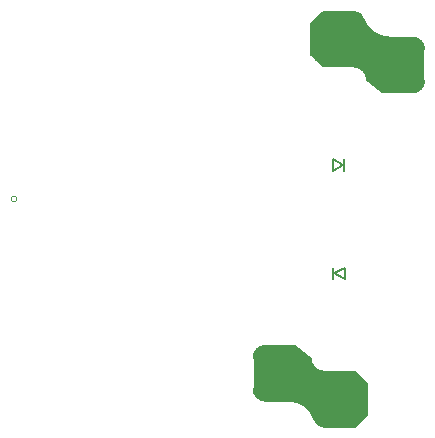
<source format=gbr>
%TF.GenerationSoftware,KiCad,Pcbnew,(6.0.6)*%
%TF.CreationDate,2022-07-28T22:42:36-07:00*%
%TF.ProjectId,right_thumb_routed,72696768-745f-4746-9875-6d625f726f75,v1.0.0*%
%TF.SameCoordinates,Original*%
%TF.FileFunction,Legend,Bot*%
%TF.FilePolarity,Positive*%
%FSLAX46Y46*%
G04 Gerber Fmt 4.6, Leading zero omitted, Abs format (unit mm)*
G04 Created by KiCad (PCBNEW (6.0.6)) date 2022-07-28 22:42:36*
%MOMM*%
%LPD*%
G01*
G04 APERTURE LIST*
%ADD10C,0.150000*%
%ADD11C,0.120000*%
G04 APERTURE END LIST*
D10*
%TO.C,SW17*%
X91100000Y-34550000D02*
X91100000Y-39100000D01*
D11*
X91750000Y-34800000D02*
X91750000Y-39150000D01*
D10*
X88400000Y-34800000D02*
X88400000Y-38900000D01*
X88000000Y-35200000D02*
X88000000Y-38450000D01*
X90350000Y-34550000D02*
X90350000Y-39150000D01*
X92150000Y-35350000D02*
X92150000Y-39500000D01*
X96950000Y-37050000D02*
X96950000Y-41050000D01*
X92600000Y-36050000D02*
X92600000Y-40500000D01*
X92900000Y-36300000D02*
X92900000Y-40700000D01*
X88650000Y-39175000D02*
X87625000Y-38150000D01*
X96200000Y-36750000D02*
X96200000Y-41350000D01*
X97100000Y-37250000D02*
X97100000Y-40850000D01*
X94100000Y-36750000D02*
X94100000Y-41300000D01*
X96350000Y-36750000D02*
X96350000Y-41300000D01*
X94250000Y-36750000D02*
X94250000Y-41350000D01*
X94700000Y-36750000D02*
X94700000Y-41350000D01*
X87900000Y-35300000D02*
X87900000Y-38350000D01*
X93350000Y-36550000D02*
X93350000Y-41100000D01*
X93675000Y-41375000D02*
X96225000Y-41375000D01*
X91850000Y-34800000D02*
X91850000Y-39300000D01*
X89150000Y-34550000D02*
X89150000Y-39150000D01*
X88250000Y-34950000D02*
X88250000Y-38750000D01*
X95300000Y-36750000D02*
X95300000Y-41350000D01*
X87800000Y-35400000D02*
X87800000Y-38250000D01*
X96650000Y-36850000D02*
X96650000Y-41250000D01*
X92050000Y-35200000D02*
X92050000Y-39400000D01*
X94850000Y-36750000D02*
X94850000Y-41350000D01*
X94250000Y-36725000D02*
X96225000Y-36725000D01*
X92250000Y-35550000D02*
X92250000Y-39700000D01*
X95150000Y-36750000D02*
X95150000Y-41350000D01*
X90500000Y-34550000D02*
X90500000Y-39150000D01*
X95000000Y-36750000D02*
X95000000Y-41350000D01*
X93650000Y-36700000D02*
X93650000Y-41300000D01*
X91700000Y-34700000D02*
X91700000Y-39250000D01*
X90800000Y-34550000D02*
X90800000Y-39150000D01*
X94550000Y-36750000D02*
X94550000Y-41350000D01*
X92750000Y-36200000D02*
X92750000Y-40600000D01*
D11*
X94600000Y-36850000D02*
X94600000Y-41350000D01*
D10*
X95450000Y-36750000D02*
X95450000Y-41350000D01*
X94400000Y-36750000D02*
X94400000Y-41350000D01*
X92350000Y-35700000D02*
X92350000Y-39850000D01*
X92450000Y-35900000D02*
X92450000Y-40350000D01*
X91250000Y-34550000D02*
X91250000Y-39150000D01*
X91400000Y-34550000D02*
X91400000Y-39150000D01*
X88700000Y-34550000D02*
X88700000Y-39150000D01*
X93200000Y-36500000D02*
X93200000Y-40950000D01*
X91950000Y-34950000D02*
X91950000Y-39350000D01*
X88650000Y-34525000D02*
X87625000Y-35550000D01*
X91550000Y-34600000D02*
X91550000Y-39150000D01*
X95600000Y-36750000D02*
X95600000Y-41350000D01*
X87650000Y-38175000D02*
X87650000Y-35525000D01*
X89750000Y-34550000D02*
X89750000Y-39150000D01*
X93500000Y-36650000D02*
X93500000Y-41200000D01*
X89450000Y-34550000D02*
X89450000Y-39150000D01*
X88550000Y-34650000D02*
X88550000Y-39050000D01*
X96050000Y-36750000D02*
X96050000Y-41350000D01*
X93950000Y-36700000D02*
X93950000Y-41350000D01*
D11*
X89050000Y-34650000D02*
X89050000Y-39100000D01*
X89050000Y-39100000D02*
X91750000Y-34800000D01*
D10*
X90200000Y-34550000D02*
X90200000Y-39150000D01*
X96500000Y-36800000D02*
X96500000Y-41300000D01*
X88650000Y-34525000D02*
X91250000Y-34525000D01*
D11*
X91750000Y-39150000D02*
X94600000Y-36850000D01*
D10*
X93675000Y-41375000D02*
X92400000Y-40350000D01*
X95900000Y-36750000D02*
X95900000Y-41350000D01*
X90650000Y-34550000D02*
X90650000Y-39150000D01*
X89000000Y-34550000D02*
X89000000Y-39150000D01*
X96800000Y-36950000D02*
X96800000Y-41150000D01*
X93050000Y-36400000D02*
X93050000Y-40850000D01*
X90050000Y-34550000D02*
X90050000Y-39150000D01*
X95750000Y-36750000D02*
X95750000Y-41350000D01*
X89600000Y-34550000D02*
X89600000Y-39150000D01*
X93800000Y-36700000D02*
X93800000Y-41350000D01*
X89300000Y-34550000D02*
X89300000Y-39150000D01*
X90950000Y-34550000D02*
X90950000Y-39150000D01*
X88100000Y-35100000D02*
X88100000Y-38600000D01*
X88650000Y-39175000D02*
X91225000Y-39175000D01*
X89900000Y-34550000D02*
X89900000Y-39150000D01*
X88850000Y-34550000D02*
X88850000Y-39150000D01*
X92400000Y-40350000D02*
G75*
G03*
X91225000Y-39175000I-1175000J0D01*
G01*
X92112203Y-35228095D02*
G75*
G03*
X91250995Y-34526209I-900003J-225005D01*
G01*
X96225000Y-41375000D02*
G75*
G03*
X97225000Y-40375000I0J1000000D01*
G01*
X92112199Y-35228096D02*
G75*
G03*
X94250000Y-36725000I2137801J778096D01*
G01*
X97225000Y-37725000D02*
G75*
G03*
X96225000Y-36725000I-1000000J0D01*
G01*
D11*
%TO.C,J6*%
X62750000Y-50400000D02*
G75*
G03*
X62750000Y-50400000I-250000J0D01*
G01*
D10*
%TO.C,SW16*%
X88600000Y-69650000D02*
X88600000Y-65050000D01*
X91350000Y-69675000D02*
X88750000Y-69675000D01*
X87850000Y-68850000D02*
X87850000Y-64700000D01*
X83650000Y-67450000D02*
X83650000Y-62900000D01*
X87400000Y-68150000D02*
X87400000Y-63700000D01*
X83200000Y-67250000D02*
X83200000Y-63050000D01*
X91350000Y-65025000D02*
X88775000Y-65025000D01*
X85300000Y-67450000D02*
X85300000Y-62850000D01*
X87950000Y-69000000D02*
X87950000Y-64800000D01*
X88050000Y-69250000D02*
X88050000Y-64850000D01*
X83500000Y-67400000D02*
X83500000Y-62900000D01*
X84400000Y-67450000D02*
X84400000Y-62850000D01*
X86200000Y-67500000D02*
X86200000Y-62850000D01*
X89500000Y-69650000D02*
X89500000Y-65050000D01*
X91600000Y-69400000D02*
X91600000Y-65300000D01*
X91350000Y-69675000D02*
X92375000Y-68650000D01*
X85150000Y-67450000D02*
X85150000Y-62850000D01*
X90550000Y-69650000D02*
X90550000Y-65050000D01*
X85750000Y-67475000D02*
X83775000Y-67475000D01*
X89950000Y-69650000D02*
X89950000Y-65050000D01*
D11*
X85400000Y-67350000D02*
X85400000Y-62850000D01*
X88250000Y-69400000D02*
X88250000Y-65050000D01*
D10*
X85450000Y-67450000D02*
X85450000Y-62850000D01*
X84850000Y-67450000D02*
X84850000Y-62850000D01*
X88750000Y-69650000D02*
X88750000Y-65050000D01*
X83950000Y-67450000D02*
X83950000Y-62850000D01*
X89650000Y-69650000D02*
X89650000Y-65050000D01*
X89200000Y-69650000D02*
X89200000Y-65050000D01*
X90700000Y-69650000D02*
X90700000Y-65050000D01*
X87550000Y-68300000D02*
X87550000Y-63850000D01*
X86650000Y-67650000D02*
X86650000Y-63100000D01*
X84250000Y-67450000D02*
X84250000Y-62850000D01*
X91300000Y-69650000D02*
X91300000Y-65050000D01*
X92000000Y-69000000D02*
X92000000Y-65750000D01*
X91750000Y-69250000D02*
X91750000Y-65450000D01*
X88300000Y-69500000D02*
X88300000Y-64950000D01*
X92350000Y-66025000D02*
X92350000Y-68675000D01*
X85750000Y-67450000D02*
X85750000Y-62850000D01*
X92200000Y-68800000D02*
X92200000Y-65950000D01*
X87750000Y-68650000D02*
X87750000Y-64500000D01*
X88900000Y-69650000D02*
X88900000Y-65100000D01*
X86325000Y-62825000D02*
X87600000Y-63850000D01*
X83050000Y-67150000D02*
X83050000Y-63150000D01*
X92100000Y-68900000D02*
X92100000Y-65850000D01*
X87250000Y-68000000D02*
X87250000Y-63600000D01*
X85900000Y-67450000D02*
X85900000Y-62900000D01*
D11*
X88250000Y-65050000D02*
X85400000Y-67350000D01*
D10*
X91900000Y-69100000D02*
X91900000Y-65600000D01*
X86350000Y-67500000D02*
X86350000Y-62900000D01*
X86800000Y-67700000D02*
X86800000Y-63250000D01*
X89050000Y-69650000D02*
X89050000Y-65050000D01*
X91150000Y-69650000D02*
X91150000Y-65050000D01*
X91350000Y-65025000D02*
X92375000Y-66050000D01*
X90850000Y-69650000D02*
X90850000Y-65050000D01*
X90400000Y-69650000D02*
X90400000Y-65050000D01*
X89350000Y-69650000D02*
X89350000Y-65050000D01*
X91450000Y-69550000D02*
X91450000Y-65150000D01*
X84100000Y-67450000D02*
X84100000Y-62850000D01*
X87650000Y-68500000D02*
X87650000Y-64350000D01*
X84700000Y-67450000D02*
X84700000Y-62850000D01*
X83800000Y-67450000D02*
X83800000Y-62850000D01*
X85000000Y-67450000D02*
X85000000Y-62850000D01*
X87100000Y-67900000D02*
X87100000Y-63500000D01*
X91000000Y-69650000D02*
X91000000Y-65050000D01*
D11*
X90950000Y-69550000D02*
X90950000Y-65100000D01*
D10*
X90100000Y-69650000D02*
X90100000Y-65050000D01*
X85600000Y-67450000D02*
X85600000Y-62850000D01*
X90250000Y-69650000D02*
X90250000Y-65050000D01*
X86500000Y-67550000D02*
X86500000Y-63000000D01*
X82900000Y-66950000D02*
X82900000Y-63350000D01*
X86950000Y-67800000D02*
X86950000Y-63350000D01*
X88150000Y-69400000D02*
X88150000Y-64900000D01*
X89800000Y-69650000D02*
X89800000Y-65050000D01*
D11*
X90950000Y-65100000D02*
X88250000Y-69400000D01*
D10*
X88450000Y-69600000D02*
X88450000Y-65050000D01*
X84550000Y-67450000D02*
X84550000Y-62850000D01*
X86325000Y-62825000D02*
X83775000Y-62825000D01*
X86050000Y-67500000D02*
X86050000Y-62850000D01*
X83350000Y-67350000D02*
X83350000Y-62950000D01*
X83775000Y-62825000D02*
G75*
G03*
X82775000Y-63825000I0J-1000000D01*
G01*
X87887801Y-68971904D02*
G75*
G03*
X85750000Y-67475000I-2137801J-778096D01*
G01*
X87887797Y-68971905D02*
G75*
G03*
X88749005Y-69673791I900003J225005D01*
G01*
X82775000Y-66475000D02*
G75*
G03*
X83775000Y-67475000I1000000J0D01*
G01*
X87600000Y-63850000D02*
G75*
G03*
X88775000Y-65025000I1175000J0D01*
G01*
%TO.C,D17*%
X89475000Y-47000000D02*
X89475000Y-48000000D01*
X90375000Y-47500000D02*
X89475000Y-47000000D01*
X89475000Y-48000000D02*
X90375000Y-47500000D01*
X90475000Y-47000000D02*
X90475000Y-48000000D01*
%TO.C,D16*%
X89525000Y-57200000D02*
X89525000Y-56200000D01*
X89625000Y-56700000D02*
X90525000Y-57200000D01*
X90525000Y-57200000D02*
X90525000Y-56200000D01*
X90525000Y-56200000D02*
X89625000Y-56700000D01*
%TD*%
M02*

</source>
